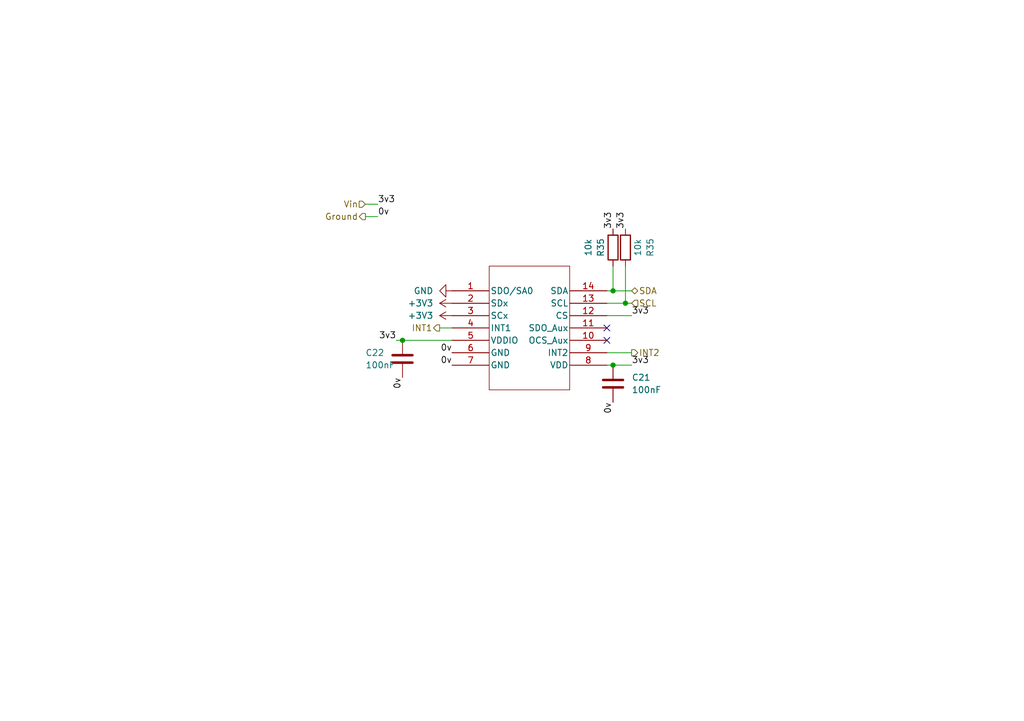
<source format=kicad_sch>
(kicad_sch (version 20230121) (generator eeschema)
  (paper "A5")
  (lib_symbols
    (symbol "Device:C" (pin_numbers hide) (pin_names (offset 0.254))
      (property "Reference" "C" (at 0.635 2.54 0))
      (property "Value" "C" (at 0.635 -2.54 0))
      (symbol "C_0_1"
        (polyline (pts (xy -2.032 -0.762) (xy 2.032 -0.762)) (stroke (width 0.508)))
        (polyline (pts (xy -2.032 0.762) (xy 2.032 0.762)) (stroke (width 0.508)))
      )
      (symbol "C_1_1"
        (pin passive line (at 0 3.81 270) (length 2.794) (name "~") (number "1"))
        (pin passive line (at 0 -3.81 90) (length 2.794) (name "~") (number "2"))
      )
    )
    (symbol "Device:R" (pin_numbers hide) (pin_names (offset 0))
      (property "Reference" "R" (at 2.032 0 90))
      (property "Value" "R" (at 0 0 90))
      (symbol "R_0_1"
        (rectangle (start -1.016 -2.54) (end 1.016 2.54) (stroke (width 0.254)))
      )
      (symbol "R_1_1"
        (pin passive line (at 0 3.81 270) (length 1.27) (name "~") (number "1"))
        (pin passive line (at 0 -3.81 90) (length 1.27) (name "~") (number "2"))
      )
    )
    (symbol "LSM6DSMTR:LSM6DSMTR" (pin_names (offset 0.254))
      (property "Reference" "U5" (at -1.27 16.51 0))
      (property "Value" "LSM6DSMTR" (at -1.27 13.97 0))
      (symbol "LSM6DSMTR_0_1"
        (polyline (pts (xy -8.89 -12.7) (xy 7.62 -12.7)) (stroke (width 0.127)))
        (polyline (pts (xy -8.89 12.7) (xy -8.89 -12.7)) (stroke (width 0.127)))
        (polyline (pts (xy 7.62 -12.7) (xy 7.62 12.7)) (stroke (width 0.127)))
        (polyline (pts (xy 7.62 12.7) (xy -8.89 12.7)) (stroke (width 0.127)))
        (pin bidirectional line (at -16.51 7.62 0) (length 7.62) (name "SDO/SA0") (number "1"))
        (pin unspecified line (at 15.24 -2.54 180) (length 7.62) (name "OCS_Aux") (number "10"))
        (pin unspecified line (at 15.24 0 180) (length 7.62) (name "SDO_Aux") (number "11"))
        (pin input line (at 15.24 2.54 180) (length 7.62) (name "CS") (number "12"))
        (pin input line (at 15.24 5.08 180) (length 7.62) (name "SCL") (number "13"))
        (pin bidirectional line (at 15.24 7.62 180) (length 7.62) (name "SDA") (number "14"))
        (pin unspecified line (at -16.51 5.08 0) (length 7.62) (name "SDx") (number "2"))
        (pin unspecified line (at -16.51 2.54 0) (length 7.62) (name "SCx") (number "3"))
        (pin output line (at -16.51 0 0) (length 7.62) (name "INT1") (number "4"))
        (pin power_in line (at -16.51 -2.54 0) (length 7.62) (name "VDDIO") (number "5"))
        (pin power_out line (at -16.51 -5.08 0) (length 7.62) (name "GND") (number "6"))
        (pin power_out line (at -16.51 -7.62 0) (length 7.62) (name "GND") (number "7"))
        (pin power_in line (at 15.24 -7.62 180) (length 7.62) (name "VDD") (number "8"))
        (pin output line (at 15.24 -5.08 180) (length 7.62) (name "INT2") (number "9"))
      )
    )
    (symbol "power:+3V3" (power) (pin_names (offset 0))
      (property "Value" "+3V3" (at 0 3.556 0))
      (symbol "+3V3_0_1"
        (polyline (pts (xy -0.762 1.27) (xy 0 2.54)))
        (polyline (pts (xy 0 0) (xy 0 2.54)))
        (polyline (pts (xy 0 2.54) (xy 0.762 1.27)))
      )
      (symbol "+3V3_1_1"
        (pin power_in line (at 0 0 90) (length 0) hide (name "+3V3") (number "1"))
      )
    )
    (symbol "power:GND" (power) (pin_names (offset 0))
      (property "Value" "GND" (at 0 -3.81 0))
      (symbol "GND_0_1"
        (polyline (pts (xy 0 0) (xy 0 -1.27) (xy 1.27 -1.27) (xy 0 -2.54) (xy -1.27 -1.27) (xy 0 -1.27)))
      )
      (symbol "GND_1_1"
        (pin power_in line (at 0 0 270) (length 0) hide (name "GND") (number "1"))
      )
    )
  )
  (junction (at 82.55 69.85))
  (junction (at 125.73 59.69))
  (junction (at 125.73 74.93))
  (junction (at 128.27 62.23))
  (no_connect (at 124.46 69.85))
  (no_connect (at 124.46 67.31))
  (wire (pts (xy 90.17 67.31) (xy 92.71 67.31)))
  (wire (pts (xy 125.73 74.93) (xy 129.54 74.93)))
  (wire (pts (xy 128.27 62.23) (xy 129.54 62.23)))
  (wire (pts (xy 74.93 44.45) (xy 77.47 44.45)))
  (wire (pts (xy 124.46 72.39) (xy 129.54 72.39)))
  (wire (pts (xy 124.46 64.77) (xy 129.54 64.77)))
  (wire (pts (xy 128.27 54.61) (xy 128.27 62.23)))
  (wire (pts (xy 82.55 69.85) (xy 92.71 69.85)))
  (wire (pts (xy 124.46 62.23) (xy 128.27 62.23)))
  (wire (pts (xy 124.46 59.69) (xy 125.73 59.69)))
  (wire (pts (xy 125.73 59.69) (xy 129.54 59.69)))
  (wire (pts (xy 125.73 54.61) (xy 125.73 59.69)))
  (wire (pts (xy 124.46 74.93) (xy 125.73 74.93)))
  (wire (pts (xy 74.93 41.91) (xy 77.47 41.91)))
  (wire (pts (xy 81.28 69.85) (xy 82.55 69.85)))
  (label "3v3" (at 128.27 46.99 90))
  (label "0v" (at 92.71 72.39 180))
  (label "3v3" (at 129.54 64.77 0))
  (label "3v3" (at 125.73 46.99 90))
  (label "0v" (at 92.71 74.93 180))
  (label "0v" (at 125.73 82.55 270))
  (label "3v3" (at 77.47 41.91 0))
  (label "3v3" (at 81.28 69.85 180))
  (label "0v" (at 82.55 77.47 270))
  (label "3v3" (at 129.54 74.93 0))
  (label "0v" (at 77.47 44.45 0))
  (hierarchical_label "Ground" (shape output) (at 74.93 44.45 180))
  (hierarchical_label "INT2" (shape output) (at 129.54 72.39 0))
  (hierarchical_label "SDA" (shape bidirectional) (at 129.54 59.69 0))
  (hierarchical_label "Vin" (shape input) (at 74.93 41.91 180))
  (hierarchical_label "SCL" (shape input) (at 129.54 62.23 0))
  (hierarchical_label "INT1" (shape output) (at 90.17 67.31 180))
  (symbol (lib_id "Device:R") (at 128.27 50.8 0) (unit 1)
    (property "Reference" "R35" (at 133.35 50.8 90))
    (property "Value" "10k" (at 130.81 50.8 90))
    (property "Footprint" "Resistor_SMD:R_0402_1005Metric" (effects hide))
    (instances (project "hand" (path "" (reference "R35") (unit 1)) (path "" (reference "R31") (unit 1))) (project "aux_hand_panel" (path "" (reference "R35") (unit 1))))
  )
  (symbol (lib_id "Device:C") (at 125.73 78.74 0) (unit 1)
    (property "Reference" "C21" (at 129.54 77.47 0) (effects (justify left)))
    (property "Value" "100nF" (at 129.54 80.01 0) (effects (justify left)))
    (property "Footprint" "Capacitor_SMD:C_0402_1005Metric" (effects hide))
  )
  (symbol (lib_id "power:+3V3") (at 92.71 62.23 90) (unit 1)
    (property "Reference" "#PWR053" (effects hide))
    (property "Value" "+3V3" (at 88.9 62.23 90) (effects (justify left)))
    (instances (project "hand" (path "" (reference "#PWR053") (unit 1)) (path "" (reference "#PWR072") (unit 1))) (project "aux_hand_panel" (path "" (reference "#PWR0131") (unit 1))))
  )
  (symbol (lib_id "Device:R") (at 125.73 50.8 0) (unit 1)
    (property "Reference" "R35" (at 123.19 50.8 90))
    (property "Value" "10k" (at 120.65 50.8 90))
    (property "Footprint" "Resistor_SMD:R_0402_1005Metric" (effects hide))
    (instances (project "hand" (path "" (reference "R35") (unit 1)) (path "" (reference "R27") (unit 1))) (project "aux_hand_panel" (path "" (reference "R35") (unit 1))))
  )
  (symbol (lib_id "power:GND") (at 92.71 59.69 270) (unit 1)
    (property "Reference" "#PWR050" (effects hide))
    (property "Value" "GND" (at 88.9 59.69 90) (effects (justify right)))
    (instances (project "hand" (path "" (reference "#PWR050") (unit 1)) (path "" (reference "#PWR073") (unit 1))) (project "aux_hand_panel" (path "" (reference "#PWR0132") (unit 1))))
  )
  (symbol (lib_id "power:+3V3") (at 92.71 64.77 90) (unit 1)
    (property "Reference" "#PWR053" (effects hide))
    (property "Value" "+3V3" (at 88.9 64.77 90) (effects (justify left)))
    (instances (project "hand" (path "" (reference "#PWR053") (unit 1)) (path "" (reference "#PWR049") (unit 1))) (project "aux_hand_panel" (path "" (reference "#PWR0130") (unit 1))))
  )
  (symbol (lib_id "LSM6DSMTR:LSM6DSMTR") (at 109.22 67.31 0) (unit 1)
    (property "Reference" "U5" (effects hide))
    (property "Value" "LSM6DSMTR" (effects hide))
    (property "Footprint" "LSM6DSMTR:LGA-14L_2P5X3X0P83_STM" (effects hide))
    (property "Datasheet" "LSM6DSMTR" (effects hide))
  )
  (symbol (lib_id "Device:C") (at 82.55 73.66 0) (unit 1)
    (property "Reference" "C22" (at 74.93 72.39 0) (effects (justify left)))
    (property "Value" "100nF" (at 74.93 74.93 0) (effects (justify left)))
    (property "Footprint" "Capacitor_SMD:C_0402_1005Metric" (effects hide))
  )
)
</source>
